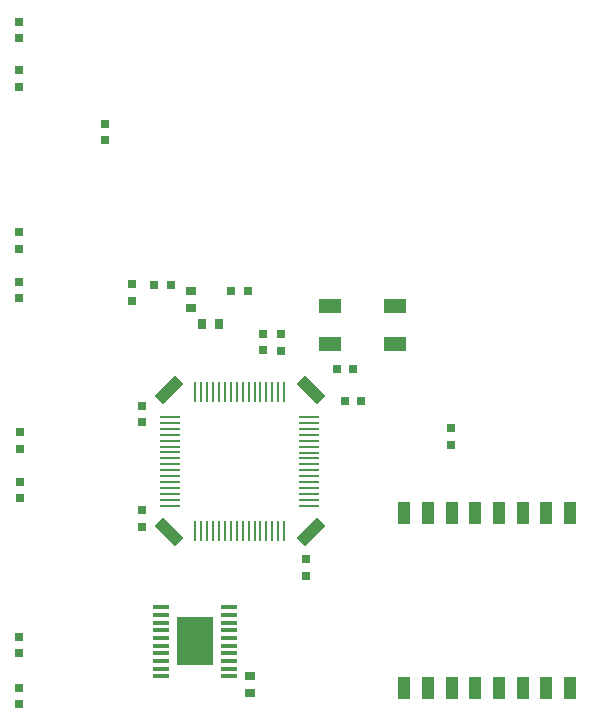
<source format=gtp>
G04 Layer_Color=8421504*
%FSLAX25Y25*%
%MOIN*%
G70*
G01*
G75*
%ADD10R,0.07480X0.05118*%
%ADD11R,0.00866X0.06693*%
%ADD12R,0.06693X0.00866*%
G04:AMPARAMS|DCode=13|XSize=39.37mil|YSize=98.42mil|CornerRadius=0mil|HoleSize=0mil|Usage=FLASHONLY|Rotation=315.000|XOffset=0mil|YOffset=0mil|HoleType=Round|Shape=Rectangle|*
%AMROTATEDRECTD13*
4,1,4,-0.04872,-0.02088,0.02088,0.04872,0.04872,0.02088,-0.02088,-0.04872,-0.04872,-0.02088,0.0*
%
%ADD13ROTATEDRECTD13*%

G04:AMPARAMS|DCode=14|XSize=39.37mil|YSize=98.42mil|CornerRadius=0mil|HoleSize=0mil|Usage=FLASHONLY|Rotation=45.000|XOffset=0mil|YOffset=0mil|HoleType=Round|Shape=Rectangle|*
%AMROTATEDRECTD14*
4,1,4,0.02088,-0.04872,-0.04872,0.02088,-0.02088,0.04872,0.04872,-0.02088,0.02088,-0.04872,0.0*
%
%ADD14ROTATEDRECTD14*%

%ADD15R,0.03000X0.03000*%
%ADD16R,0.03000X0.03000*%
%ADD17R,0.05512X0.01378*%
%ADD18R,0.12008X0.16260*%
%ADD19R,0.04134X0.07677*%
%ADD20R,0.03543X0.03150*%
%ADD21R,0.03150X0.03543*%
D10*
X294370Y155827D02*
D03*
Y143228D02*
D03*
X272716D02*
D03*
Y155827D02*
D03*
D11*
X253293Y127238D02*
D03*
X251325D02*
D03*
X249356D02*
D03*
X247388D02*
D03*
X245419D02*
D03*
X239514D02*
D03*
X235577D02*
D03*
X233608D02*
D03*
X231640D02*
D03*
X229671D02*
D03*
X227703D02*
D03*
Y80770D02*
D03*
X229671D02*
D03*
X231640D02*
D03*
X233608D02*
D03*
X235577D02*
D03*
X237545D02*
D03*
X239514D02*
D03*
X241482D02*
D03*
X243451D02*
D03*
X245419D02*
D03*
X247388D02*
D03*
X249356D02*
D03*
X251325D02*
D03*
X253293D02*
D03*
X255262D02*
D03*
X257230Y80770D02*
D03*
X241482Y127238D02*
D03*
X237545D02*
D03*
X243451D02*
D03*
X255262D02*
D03*
X257230D02*
D03*
D12*
X219246Y118781D02*
D03*
Y116813D02*
D03*
Y114844D02*
D03*
Y112876D02*
D03*
Y110907D02*
D03*
Y108939D02*
D03*
Y106970D02*
D03*
Y105002D02*
D03*
Y103033D02*
D03*
Y101065D02*
D03*
Y99096D02*
D03*
Y97128D02*
D03*
Y91222D02*
D03*
Y89254D02*
D03*
X265715Y93163D02*
D03*
Y95132D02*
D03*
Y97100D02*
D03*
Y99069D02*
D03*
Y101037D02*
D03*
Y103006D02*
D03*
Y104974D02*
D03*
Y106943D02*
D03*
Y108911D02*
D03*
Y112848D02*
D03*
Y114817D02*
D03*
Y116785D02*
D03*
Y118754D02*
D03*
Y91195D02*
D03*
X219246Y95159D02*
D03*
Y93191D02*
D03*
X265715Y110880D02*
D03*
Y89226D02*
D03*
D13*
X266102Y80382D02*
D03*
X218858Y127626D02*
D03*
D14*
X266102D02*
D03*
X218858Y80382D02*
D03*
D15*
X239652Y160827D02*
D03*
X245152D02*
D03*
X213943Y162799D02*
D03*
X219443D02*
D03*
X277526Y124252D02*
D03*
X283026D02*
D03*
X274809Y134882D02*
D03*
X280309D02*
D03*
D16*
X312756Y109612D02*
D03*
Y115112D02*
D03*
X168740Y228923D02*
D03*
Y234423D02*
D03*
Y250565D02*
D03*
Y245065D02*
D03*
X168898Y158339D02*
D03*
Y163839D02*
D03*
Y180368D02*
D03*
Y174868D02*
D03*
X169095Y91679D02*
D03*
Y97179D02*
D03*
Y113715D02*
D03*
Y108215D02*
D03*
X168740Y23057D02*
D03*
Y28557D02*
D03*
Y45486D02*
D03*
Y39986D02*
D03*
X206524Y157465D02*
D03*
Y162965D02*
D03*
X197638Y216529D02*
D03*
Y211030D02*
D03*
X256181Y146411D02*
D03*
Y140911D02*
D03*
X250079Y146490D02*
D03*
Y140990D02*
D03*
X209980Y87754D02*
D03*
Y82254D02*
D03*
X264567Y71333D02*
D03*
Y65833D02*
D03*
X209842Y117112D02*
D03*
Y122612D02*
D03*
D17*
X216299Y55354D02*
D03*
Y52795D02*
D03*
Y50236D02*
D03*
Y47677D02*
D03*
Y45118D02*
D03*
Y42559D02*
D03*
Y40000D02*
D03*
Y37441D02*
D03*
Y34882D02*
D03*
Y32323D02*
D03*
X238740Y55354D02*
D03*
Y52795D02*
D03*
Y50236D02*
D03*
Y47677D02*
D03*
Y45118D02*
D03*
Y42559D02*
D03*
Y40000D02*
D03*
Y37441D02*
D03*
Y34882D02*
D03*
Y32323D02*
D03*
D18*
X227480Y44252D02*
D03*
D19*
X297378Y28417D02*
D03*
X305252D02*
D03*
X313126D02*
D03*
X321000D02*
D03*
X328874D02*
D03*
X336748D02*
D03*
X344622D02*
D03*
X352496D02*
D03*
Y86685D02*
D03*
X344622D02*
D03*
X336748D02*
D03*
X328874D02*
D03*
X321000D02*
D03*
X313126D02*
D03*
X305252D02*
D03*
X297378D02*
D03*
D20*
X226079Y155114D02*
D03*
Y160626D02*
D03*
X245866Y26850D02*
D03*
Y32362D02*
D03*
D21*
X229921Y149882D02*
D03*
X235433D02*
D03*
M02*

</source>
